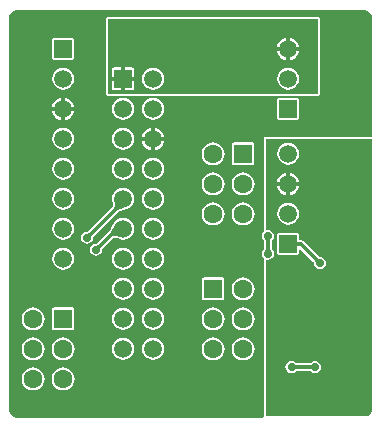
<source format=gbl>
G04 Layer_Physical_Order=2*
G04 Layer_Color=16711680*
%FSLAX25Y25*%
%MOIN*%
G70*
G01*
G75*
%ADD13C,0.01181*%
%ADD15C,0.06299*%
%ADD16R,0.06299X0.06299*%
%ADD17C,0.05905*%
%ADD18R,0.05905X0.05905*%
%ADD19C,0.05984*%
%ADD20R,0.05984X0.05984*%
%ADD21C,0.02756*%
G36*
X408862Y293663D02*
X408873Y293530D01*
X408892Y293403D01*
X408918Y293284D01*
X408952Y293172D01*
X408993Y293066D01*
X409042Y292968D01*
X409098Y292877D01*
X409161Y292793D01*
X409232Y292716D01*
X407303D01*
X407374Y292793D01*
X407438Y292877D01*
X407494Y292968D01*
X407543Y293066D01*
X407584Y293172D01*
X407617Y293284D01*
X407644Y293403D01*
X407662Y293530D01*
X407673Y293663D01*
X407677Y293804D01*
X408858D01*
X408862Y293663D01*
D02*
G37*
G36*
X409161Y296577D02*
X409098Y296493D01*
X409042Y296402D01*
X408993Y296304D01*
X408952Y296199D01*
X408918Y296086D01*
X408892Y295967D01*
X408873Y295840D01*
X408862Y295707D01*
X408858Y295566D01*
X407677D01*
X407673Y295707D01*
X407662Y295840D01*
X407644Y295967D01*
X407617Y296086D01*
X407584Y296199D01*
X407543Y296304D01*
X407494Y296402D01*
X407438Y296493D01*
X407374Y296577D01*
X407303Y296654D01*
X409232D01*
X409161Y296577D01*
D02*
G37*
G36*
X440778Y372905D02*
X441504Y372604D01*
X442126Y372126D01*
X442604Y371504D01*
X442905Y370778D01*
X443002Y370043D01*
X442993Y370000D01*
Y330642D01*
X407500D01*
X407254Y330593D01*
X407046Y330454D01*
X406907Y330246D01*
X406858Y330000D01*
Y299926D01*
X406864Y299895D01*
X406861Y299863D01*
X406888Y299773D01*
X406907Y299681D01*
X406924Y299654D01*
X406934Y299624D01*
X406856Y299152D01*
X406791Y299041D01*
X406376Y298421D01*
X406220Y297638D01*
X406376Y296854D01*
X406820Y296190D01*
X406904Y296134D01*
X406907Y296130D01*
X406932Y296090D01*
X406955Y296044D01*
X406976Y295989D01*
X406995Y295925D01*
X407011Y295851D01*
X407023Y295770D01*
Y293600D01*
X407011Y293519D01*
X406995Y293445D01*
X406976Y293381D01*
X406955Y293326D01*
X406932Y293280D01*
X406907Y293240D01*
X406904Y293236D01*
X406820Y293180D01*
X406376Y292516D01*
X406220Y291732D01*
X406376Y290949D01*
X406791Y290329D01*
X406856Y290218D01*
X406934Y289746D01*
X406924Y289716D01*
X406907Y289689D01*
X406888Y289597D01*
X406861Y289507D01*
X406864Y289475D01*
X406858Y289444D01*
Y237500D01*
X406538Y237038D01*
X406485Y237007D01*
X325000D01*
X324957Y236999D01*
X324222Y237095D01*
X323496Y237396D01*
X322874Y237874D01*
X322396Y238496D01*
X322095Y239222D01*
X321999Y239957D01*
X322007Y240000D01*
Y370000D01*
X321999Y370043D01*
X322095Y370778D01*
X322396Y371504D01*
X322874Y372126D01*
X323496Y372604D01*
X324222Y372905D01*
X324957Y373002D01*
X325000Y372993D01*
X440000D01*
X440043Y373002D01*
X440778Y372905D01*
D02*
G37*
G36*
X442993Y240000D02*
X443002Y239957D01*
X442905Y239222D01*
X442604Y238496D01*
X442126Y237874D01*
X441640Y237500D01*
X407500D01*
Y289444D01*
X407887Y289761D01*
X408268Y289685D01*
X409051Y289841D01*
X409715Y290285D01*
X410159Y290949D01*
X410315Y291732D01*
X410159Y292516D01*
X409715Y293180D01*
X409632Y293236D01*
X409628Y293240D01*
X409604Y293280D01*
X409581Y293326D01*
X409559Y293381D01*
X409540Y293445D01*
X409524Y293519D01*
X409512Y293600D01*
Y295770D01*
X409524Y295851D01*
X409540Y295925D01*
X409559Y295989D01*
X409581Y296044D01*
X409604Y296090D01*
X409628Y296130D01*
X409632Y296134D01*
X409715Y296190D01*
X410159Y296854D01*
X410315Y297638D01*
X410159Y298421D01*
X409715Y299085D01*
X409051Y299529D01*
X408268Y299685D01*
X407887Y299609D01*
X407500Y299926D01*
Y330000D01*
X442993D01*
Y240000D01*
D02*
G37*
%LPC*%
G36*
X370000Y303653D02*
X369055Y303529D01*
X368173Y303164D01*
X367417Y302583D01*
X366836Y301827D01*
X366471Y300945D01*
X366347Y300000D01*
X366471Y299055D01*
X366836Y298173D01*
X367417Y297417D01*
X368173Y296836D01*
X369055Y296471D01*
X370000Y296347D01*
X370946Y296471D01*
X371827Y296836D01*
X372583Y297417D01*
X373164Y298173D01*
X373529Y299055D01*
X373653Y300000D01*
X373529Y300945D01*
X373164Y301827D01*
X372583Y302583D01*
X371827Y303164D01*
X370946Y303529D01*
X370000Y303653D01*
D02*
G37*
G36*
X360000D02*
X359054Y303529D01*
X358173Y303164D01*
X357417Y302583D01*
X356836Y301827D01*
X356746Y301608D01*
X356733Y301593D01*
X356732Y301588D01*
X356729Y301583D01*
X356326Y300768D01*
X355817Y299819D01*
X355547Y299375D01*
X355440Y299219D01*
X355377Y299137D01*
X351441Y295201D01*
X351375Y295152D01*
X351311Y295111D01*
X351252Y295079D01*
X351199Y295056D01*
X351150Y295039D01*
X351104Y295028D01*
X351098Y295028D01*
X351000Y295047D01*
X350217Y294891D01*
X349552Y294448D01*
X349109Y293783D01*
X348953Y293000D01*
X349109Y292217D01*
X349552Y291552D01*
X350217Y291109D01*
X351000Y290953D01*
X351783Y291109D01*
X352448Y291552D01*
X352891Y292217D01*
X353047Y293000D01*
X353028Y293098D01*
X353028Y293104D01*
X353039Y293149D01*
X353056Y293199D01*
X353079Y293252D01*
X353111Y293311D01*
X353152Y293375D01*
X353201Y293441D01*
X356687Y296927D01*
X356696Y296935D01*
X356820Y297016D01*
X356945Y297073D01*
X357075Y297109D01*
X357218Y297126D01*
X357379Y297120D01*
X357562Y297090D01*
X357769Y297031D01*
X357999Y296940D01*
X358112Y296883D01*
X358173Y296836D01*
X359054Y296471D01*
X360000Y296347D01*
X360946Y296471D01*
X361827Y296836D01*
X362583Y297417D01*
X363164Y298173D01*
X363529Y299055D01*
X363653Y300000D01*
X363529Y300945D01*
X363164Y301827D01*
X362583Y302583D01*
X361827Y303164D01*
X360946Y303529D01*
X360000Y303653D01*
D02*
G37*
G36*
X370000Y293653D02*
X369055Y293529D01*
X368173Y293164D01*
X367417Y292583D01*
X366836Y291827D01*
X366471Y290946D01*
X366347Y290000D01*
X366471Y289054D01*
X366836Y288173D01*
X367417Y287417D01*
X368173Y286836D01*
X369055Y286471D01*
X370000Y286347D01*
X370946Y286471D01*
X371827Y286836D01*
X372583Y287417D01*
X373164Y288173D01*
X373529Y289054D01*
X373653Y290000D01*
X373529Y290946D01*
X373164Y291827D01*
X372583Y292583D01*
X371827Y293164D01*
X370946Y293529D01*
X370000Y293653D01*
D02*
G37*
G36*
X360000D02*
X359054Y293529D01*
X358173Y293164D01*
X357417Y292583D01*
X356836Y291827D01*
X356471Y290946D01*
X356347Y290000D01*
X356471Y289054D01*
X356836Y288173D01*
X357417Y287417D01*
X358173Y286836D01*
X359054Y286471D01*
X360000Y286347D01*
X360946Y286471D01*
X361827Y286836D01*
X362583Y287417D01*
X363164Y288173D01*
X363529Y289054D01*
X363653Y290000D01*
X363529Y290946D01*
X363164Y291827D01*
X362583Y292583D01*
X361827Y293164D01*
X360946Y293529D01*
X360000Y293653D01*
D02*
G37*
G36*
X340000Y293614D02*
X339065Y293491D01*
X338193Y293129D01*
X337445Y292555D01*
X336871Y291807D01*
X336509Y290935D01*
X336386Y290000D01*
X336509Y289065D01*
X336871Y288193D01*
X337445Y287445D01*
X338193Y286871D01*
X339065Y286509D01*
X340000Y286386D01*
X340935Y286509D01*
X341807Y286871D01*
X342555Y287445D01*
X343129Y288193D01*
X343491Y289065D01*
X343614Y290000D01*
X343491Y290935D01*
X343129Y291807D01*
X342555Y292555D01*
X341807Y293129D01*
X340935Y293491D01*
X340000Y293614D01*
D02*
G37*
G36*
Y313614D02*
X339065Y313491D01*
X338193Y313129D01*
X337445Y312555D01*
X336871Y311807D01*
X336509Y310935D01*
X336386Y310000D01*
X336509Y309065D01*
X336871Y308193D01*
X337445Y307445D01*
X338193Y306871D01*
X339065Y306509D01*
X340000Y306386D01*
X340935Y306509D01*
X341807Y306871D01*
X342555Y307445D01*
X343129Y308193D01*
X343491Y309065D01*
X343614Y310000D01*
X343491Y310935D01*
X343129Y311807D01*
X342555Y312555D01*
X341807Y313129D01*
X340935Y313491D01*
X340000Y313614D01*
D02*
G37*
G36*
X370000Y313653D02*
X369055Y313529D01*
X368173Y313164D01*
X367417Y312583D01*
X366836Y311827D01*
X366471Y310946D01*
X366347Y310000D01*
X366471Y309054D01*
X366836Y308173D01*
X367417Y307417D01*
X368173Y306836D01*
X369055Y306471D01*
X370000Y306347D01*
X370946Y306471D01*
X371827Y306836D01*
X372583Y307417D01*
X373164Y308173D01*
X373529Y309054D01*
X373653Y310000D01*
X373529Y310946D01*
X373164Y311827D01*
X372583Y312583D01*
X371827Y313164D01*
X370946Y313529D01*
X370000Y313653D01*
D02*
G37*
G36*
X400000Y318812D02*
X399013Y318682D01*
X398094Y318301D01*
X397304Y317696D01*
X396699Y316906D01*
X396318Y315987D01*
X396188Y315000D01*
X396318Y314013D01*
X396699Y313094D01*
X397304Y312304D01*
X398094Y311699D01*
X399013Y311318D01*
X400000Y311188D01*
X400987Y311318D01*
X401906Y311699D01*
X402696Y312304D01*
X403301Y313094D01*
X403682Y314013D01*
X403812Y315000D01*
X403682Y315987D01*
X403301Y316906D01*
X402696Y317696D01*
X401906Y318301D01*
X400987Y318682D01*
X400000Y318812D01*
D02*
G37*
G36*
X390000D02*
X389013Y318682D01*
X388094Y318301D01*
X387304Y317696D01*
X386699Y316906D01*
X386318Y315987D01*
X386188Y315000D01*
X386318Y314013D01*
X386699Y313094D01*
X387304Y312304D01*
X388094Y311699D01*
X389013Y311318D01*
X390000Y311188D01*
X390987Y311318D01*
X391906Y311699D01*
X392696Y312304D01*
X393301Y313094D01*
X393682Y314013D01*
X393812Y315000D01*
X393682Y315987D01*
X393301Y316906D01*
X392696Y317696D01*
X391906Y318301D01*
X390987Y318682D01*
X390000Y318812D01*
D02*
G37*
G36*
X360000Y313653D02*
X359054Y313529D01*
X358173Y313164D01*
X357417Y312583D01*
X356836Y311827D01*
X356471Y310946D01*
X356347Y310000D01*
X356471Y309054D01*
X356509Y308963D01*
X356549Y308782D01*
X356597Y308483D01*
X356620Y308211D01*
X356620Y307965D01*
X356599Y307747D01*
X356560Y307555D01*
X356504Y307387D01*
X356434Y307239D01*
X356347Y307108D01*
X356343Y307102D01*
X348441Y299201D01*
X348375Y299152D01*
X348311Y299111D01*
X348252Y299079D01*
X348199Y299056D01*
X348149Y299039D01*
X348104Y299028D01*
X348098Y299028D01*
X348000Y299047D01*
X347217Y298891D01*
X346552Y298448D01*
X346109Y297783D01*
X345953Y297000D01*
X346109Y296217D01*
X346552Y295552D01*
X347217Y295109D01*
X348000Y294953D01*
X348783Y295109D01*
X349448Y295552D01*
X349891Y296217D01*
X350047Y297000D01*
X350028Y297098D01*
X350028Y297104D01*
X350039Y297149D01*
X350056Y297199D01*
X350079Y297252D01*
X350111Y297311D01*
X350152Y297375D01*
X350201Y297441D01*
X358298Y305539D01*
X358414Y305620D01*
X358583Y305719D01*
X358791Y305822D01*
X359023Y305922D01*
X360409Y306359D01*
X360779Y306449D01*
X360946Y306471D01*
X361827Y306836D01*
X362583Y307417D01*
X363164Y308173D01*
X363529Y309054D01*
X363653Y310000D01*
X363529Y310946D01*
X363164Y311827D01*
X362583Y312583D01*
X361827Y313164D01*
X360946Y313529D01*
X360000Y313653D01*
D02*
G37*
G36*
X340000Y303614D02*
X339065Y303490D01*
X338193Y303129D01*
X337445Y302555D01*
X336871Y301807D01*
X336509Y300935D01*
X336386Y300000D01*
X336509Y299065D01*
X336871Y298193D01*
X337445Y297445D01*
X338193Y296871D01*
X339065Y296510D01*
X340000Y296386D01*
X340935Y296510D01*
X341807Y296871D01*
X342555Y297445D01*
X343129Y298193D01*
X343491Y299065D01*
X343614Y300000D01*
X343491Y300935D01*
X343129Y301807D01*
X342555Y302555D01*
X341807Y303129D01*
X340935Y303490D01*
X340000Y303614D01*
D02*
G37*
G36*
X400000Y308812D02*
X399013Y308682D01*
X398094Y308301D01*
X397304Y307696D01*
X396699Y306906D01*
X396318Y305987D01*
X396188Y305000D01*
X396318Y304013D01*
X396699Y303094D01*
X397304Y302304D01*
X398094Y301699D01*
X399013Y301318D01*
X400000Y301188D01*
X400987Y301318D01*
X401906Y301699D01*
X402696Y302304D01*
X403301Y303094D01*
X403682Y304013D01*
X403812Y305000D01*
X403682Y305987D01*
X403301Y306906D01*
X402696Y307696D01*
X401906Y308301D01*
X400987Y308682D01*
X400000Y308812D01*
D02*
G37*
G36*
X390000D02*
X389013Y308682D01*
X388094Y308301D01*
X387304Y307696D01*
X386699Y306906D01*
X386318Y305987D01*
X386188Y305000D01*
X386318Y304013D01*
X386699Y303094D01*
X387304Y302304D01*
X388094Y301699D01*
X389013Y301318D01*
X390000Y301188D01*
X390987Y301318D01*
X391906Y301699D01*
X392696Y302304D01*
X393301Y303094D01*
X393682Y304013D01*
X393812Y305000D01*
X393682Y305987D01*
X393301Y306906D01*
X392696Y307696D01*
X391906Y308301D01*
X390987Y308682D01*
X390000Y308812D01*
D02*
G37*
G36*
X370000Y283653D02*
X369055Y283529D01*
X368173Y283164D01*
X367417Y282583D01*
X366836Y281827D01*
X366471Y280945D01*
X366347Y280000D01*
X366471Y279054D01*
X366836Y278173D01*
X367417Y277417D01*
X368173Y276836D01*
X369055Y276471D01*
X370000Y276347D01*
X370946Y276471D01*
X371827Y276836D01*
X372583Y277417D01*
X373164Y278173D01*
X373529Y279054D01*
X373653Y280000D01*
X373529Y280945D01*
X373164Y281827D01*
X372583Y282583D01*
X371827Y283164D01*
X370946Y283529D01*
X370000Y283653D01*
D02*
G37*
G36*
X400000Y263812D02*
X399013Y263682D01*
X398094Y263301D01*
X397304Y262696D01*
X396699Y261906D01*
X396318Y260987D01*
X396188Y260000D01*
X396318Y259013D01*
X396699Y258094D01*
X397304Y257304D01*
X398094Y256699D01*
X399013Y256318D01*
X400000Y256188D01*
X400987Y256318D01*
X401906Y256699D01*
X402696Y257304D01*
X403301Y258094D01*
X403682Y259013D01*
X403812Y260000D01*
X403682Y260987D01*
X403301Y261906D01*
X402696Y262696D01*
X401906Y263301D01*
X400987Y263682D01*
X400000Y263812D01*
D02*
G37*
G36*
X390000D02*
X389013Y263682D01*
X388094Y263301D01*
X387304Y262696D01*
X386699Y261906D01*
X386318Y260987D01*
X386188Y260000D01*
X386318Y259013D01*
X386699Y258094D01*
X387304Y257304D01*
X388094Y256699D01*
X389013Y256318D01*
X390000Y256188D01*
X390987Y256318D01*
X391906Y256699D01*
X392696Y257304D01*
X393301Y258094D01*
X393682Y259013D01*
X393812Y260000D01*
X393682Y260987D01*
X393301Y261906D01*
X392696Y262696D01*
X391906Y263301D01*
X390987Y263682D01*
X390000Y263812D01*
D02*
G37*
G36*
X370000Y263653D02*
X369055Y263529D01*
X368173Y263164D01*
X367417Y262583D01*
X366836Y261827D01*
X366471Y260946D01*
X366347Y260000D01*
X366471Y259054D01*
X366836Y258173D01*
X367417Y257417D01*
X368173Y256836D01*
X369055Y256471D01*
X370000Y256347D01*
X370946Y256471D01*
X371827Y256836D01*
X372583Y257417D01*
X373164Y258173D01*
X373529Y259054D01*
X373653Y260000D01*
X373529Y260946D01*
X373164Y261827D01*
X372583Y262583D01*
X371827Y263164D01*
X370946Y263529D01*
X370000Y263653D01*
D02*
G37*
G36*
X360000D02*
X359054Y263529D01*
X358173Y263164D01*
X357417Y262583D01*
X356836Y261827D01*
X356471Y260946D01*
X356347Y260000D01*
X356471Y259054D01*
X356836Y258173D01*
X357417Y257417D01*
X358173Y256836D01*
X359054Y256471D01*
X360000Y256347D01*
X360946Y256471D01*
X361827Y256836D01*
X362583Y257417D01*
X363164Y258173D01*
X363529Y259054D01*
X363653Y260000D01*
X363529Y260946D01*
X363164Y261827D01*
X362583Y262583D01*
X361827Y263164D01*
X360946Y263529D01*
X360000Y263653D01*
D02*
G37*
G36*
X340000Y263812D02*
X339013Y263682D01*
X338094Y263301D01*
X337304Y262696D01*
X336699Y261906D01*
X336318Y260987D01*
X336188Y260000D01*
X336318Y259013D01*
X336699Y258094D01*
X337304Y257304D01*
X338094Y256699D01*
X339013Y256318D01*
X340000Y256188D01*
X340987Y256318D01*
X341906Y256699D01*
X342696Y257304D01*
X343301Y258094D01*
X343682Y259013D01*
X343812Y260000D01*
X343682Y260987D01*
X343301Y261906D01*
X342696Y262696D01*
X341906Y263301D01*
X340987Y263682D01*
X340000Y263812D01*
D02*
G37*
G36*
Y253812D02*
X339013Y253682D01*
X338094Y253301D01*
X337304Y252696D01*
X336699Y251906D01*
X336318Y250987D01*
X336188Y250000D01*
X336318Y249013D01*
X336699Y248094D01*
X337304Y247304D01*
X338094Y246699D01*
X339013Y246318D01*
X340000Y246188D01*
X340987Y246318D01*
X341906Y246699D01*
X342696Y247304D01*
X343301Y248094D01*
X343682Y249013D01*
X343812Y250000D01*
X343682Y250987D01*
X343301Y251906D01*
X342696Y252696D01*
X341906Y253301D01*
X340987Y253682D01*
X340000Y253812D01*
D02*
G37*
G36*
X330000D02*
X329013Y253682D01*
X328094Y253301D01*
X327304Y252696D01*
X326699Y251906D01*
X326318Y250987D01*
X326188Y250000D01*
X326318Y249013D01*
X326699Y248094D01*
X327304Y247304D01*
X328094Y246699D01*
X329013Y246318D01*
X330000Y246188D01*
X330987Y246318D01*
X331906Y246699D01*
X332696Y247304D01*
X333301Y248094D01*
X333682Y249013D01*
X333812Y250000D01*
X333682Y250987D01*
X333301Y251906D01*
X332696Y252696D01*
X331906Y253301D01*
X330987Y253682D01*
X330000Y253812D01*
D02*
G37*
G36*
Y263812D02*
X329013Y263682D01*
X328094Y263301D01*
X327304Y262696D01*
X326699Y261906D01*
X326318Y260987D01*
X326188Y260000D01*
X326318Y259013D01*
X326699Y258094D01*
X327304Y257304D01*
X328094Y256699D01*
X329013Y256318D01*
X330000Y256188D01*
X330987Y256318D01*
X331906Y256699D01*
X332696Y257304D01*
X333301Y258094D01*
X333682Y259013D01*
X333812Y260000D01*
X333682Y260987D01*
X333301Y261906D01*
X332696Y262696D01*
X331906Y263301D01*
X330987Y263682D01*
X330000Y263812D01*
D02*
G37*
G36*
X400000Y283812D02*
X399013Y283682D01*
X398094Y283301D01*
X397304Y282696D01*
X396699Y281906D01*
X396318Y280987D01*
X396188Y280000D01*
X396318Y279013D01*
X396699Y278094D01*
X397304Y277304D01*
X398094Y276699D01*
X399013Y276318D01*
X400000Y276188D01*
X400987Y276318D01*
X401906Y276699D01*
X402696Y277304D01*
X403301Y278094D01*
X403682Y279013D01*
X403812Y280000D01*
X403682Y280987D01*
X403301Y281906D01*
X402696Y282696D01*
X401906Y283301D01*
X400987Y283682D01*
X400000Y283812D01*
D02*
G37*
G36*
X370000Y273653D02*
X369055Y273529D01*
X368173Y273164D01*
X367417Y272583D01*
X366836Y271827D01*
X366471Y270946D01*
X366347Y270000D01*
X366471Y269055D01*
X366836Y268173D01*
X367417Y267417D01*
X368173Y266836D01*
X369055Y266471D01*
X370000Y266347D01*
X370946Y266471D01*
X371827Y266836D01*
X372583Y267417D01*
X373164Y268173D01*
X373529Y269055D01*
X373653Y270000D01*
X373529Y270946D01*
X373164Y271827D01*
X372583Y272583D01*
X371827Y273164D01*
X370946Y273529D01*
X370000Y273653D01*
D02*
G37*
G36*
X360000Y283653D02*
X359054Y283529D01*
X358173Y283164D01*
X357417Y282583D01*
X356836Y281827D01*
X356471Y280945D01*
X356347Y280000D01*
X356471Y279054D01*
X356836Y278173D01*
X357417Y277417D01*
X358173Y276836D01*
X359054Y276471D01*
X360000Y276347D01*
X360946Y276471D01*
X361827Y276836D01*
X362583Y277417D01*
X363164Y278173D01*
X363529Y279054D01*
X363653Y280000D01*
X363529Y280945D01*
X363164Y281827D01*
X362583Y282583D01*
X361827Y283164D01*
X360946Y283529D01*
X360000Y283653D01*
D02*
G37*
G36*
X393150Y283792D02*
X386850D01*
X386605Y283743D01*
X386396Y283604D01*
X386257Y283395D01*
X386208Y283150D01*
Y276850D01*
X386257Y276605D01*
X386396Y276396D01*
X386605Y276257D01*
X386850Y276208D01*
X393150D01*
X393395Y276257D01*
X393604Y276396D01*
X393743Y276605D01*
X393792Y276850D01*
Y283150D01*
X393743Y283395D01*
X393604Y283604D01*
X393395Y283743D01*
X393150Y283792D01*
D02*
G37*
G36*
X360000Y273653D02*
X359054Y273529D01*
X358173Y273164D01*
X357417Y272583D01*
X356836Y271827D01*
X356471Y270946D01*
X356347Y270000D01*
X356471Y269055D01*
X356836Y268173D01*
X357417Y267417D01*
X358173Y266836D01*
X359054Y266471D01*
X360000Y266347D01*
X360946Y266471D01*
X361827Y266836D01*
X362583Y267417D01*
X363164Y268173D01*
X363529Y269055D01*
X363653Y270000D01*
X363529Y270946D01*
X363164Y271827D01*
X362583Y272583D01*
X361827Y273164D01*
X360946Y273529D01*
X360000Y273653D01*
D02*
G37*
G36*
X390000Y273812D02*
X389013Y273682D01*
X388094Y273301D01*
X387304Y272696D01*
X386699Y271906D01*
X386318Y270987D01*
X386188Y270000D01*
X386318Y269013D01*
X386699Y268094D01*
X387304Y267304D01*
X388094Y266699D01*
X389013Y266318D01*
X390000Y266188D01*
X390987Y266318D01*
X391906Y266699D01*
X392696Y267304D01*
X393301Y268094D01*
X393682Y269013D01*
X393812Y270000D01*
X393682Y270987D01*
X393301Y271906D01*
X392696Y272696D01*
X391906Y273301D01*
X390987Y273682D01*
X390000Y273812D01*
D02*
G37*
G36*
X330000D02*
X329013Y273682D01*
X328094Y273301D01*
X327304Y272696D01*
X326699Y271906D01*
X326318Y270987D01*
X326188Y270000D01*
X326318Y269013D01*
X326699Y268094D01*
X327304Y267304D01*
X328094Y266699D01*
X329013Y266318D01*
X330000Y266188D01*
X330987Y266318D01*
X331906Y266699D01*
X332696Y267304D01*
X333301Y268094D01*
X333682Y269013D01*
X333812Y270000D01*
X333682Y270987D01*
X333301Y271906D01*
X332696Y272696D01*
X331906Y273301D01*
X330987Y273682D01*
X330000Y273812D01*
D02*
G37*
G36*
X343150Y273792D02*
X336850D01*
X336605Y273743D01*
X336396Y273604D01*
X336257Y273395D01*
X336208Y273150D01*
Y266850D01*
X336257Y266605D01*
X336396Y266396D01*
X336605Y266257D01*
X336850Y266208D01*
X343150D01*
X343395Y266257D01*
X343604Y266396D01*
X343743Y266605D01*
X343792Y266850D01*
Y273150D01*
X343743Y273395D01*
X343604Y273604D01*
X343395Y273743D01*
X343150Y273792D01*
D02*
G37*
G36*
X400000Y273812D02*
X399013Y273682D01*
X398094Y273301D01*
X397304Y272696D01*
X396699Y271906D01*
X396318Y270987D01*
X396188Y270000D01*
X396318Y269013D01*
X396699Y268094D01*
X397304Y267304D01*
X398094Y266699D01*
X399013Y266318D01*
X400000Y266188D01*
X400987Y266318D01*
X401906Y266699D01*
X402696Y267304D01*
X403301Y268094D01*
X403682Y269013D01*
X403812Y270000D01*
X403682Y270987D01*
X403301Y271906D01*
X402696Y272696D01*
X401906Y273301D01*
X400987Y273682D01*
X400000Y273812D01*
D02*
G37*
G36*
X339409Y339409D02*
X336305D01*
X336356Y339024D01*
X336733Y338114D01*
X337333Y337333D01*
X338114Y336733D01*
X339024Y336356D01*
X339409Y336305D01*
Y339409D01*
D02*
G37*
G36*
X343695D02*
X340591D01*
Y336305D01*
X340976Y336356D01*
X341886Y336733D01*
X342668Y337333D01*
X343267Y338114D01*
X343644Y339024D01*
X343695Y339409D01*
D02*
G37*
G36*
X360000Y343653D02*
X359054Y343529D01*
X358173Y343164D01*
X357417Y342583D01*
X356836Y341827D01*
X356471Y340946D01*
X356347Y340000D01*
X356471Y339054D01*
X356836Y338173D01*
X357417Y337417D01*
X358173Y336836D01*
X359054Y336471D01*
X360000Y336347D01*
X360946Y336471D01*
X361827Y336836D01*
X362583Y337417D01*
X363164Y338173D01*
X363529Y339054D01*
X363653Y340000D01*
X363529Y340946D01*
X363164Y341827D01*
X362583Y342583D01*
X361827Y343164D01*
X360946Y343529D01*
X360000Y343653D01*
D02*
G37*
G36*
X370590Y333734D02*
Y330591D01*
X373734D01*
X373682Y330987D01*
X373301Y331906D01*
X372696Y332696D01*
X371906Y333301D01*
X370987Y333682D01*
X370590Y333734D01*
D02*
G37*
G36*
X360000Y333653D02*
X359054Y333529D01*
X358173Y333164D01*
X357417Y332583D01*
X356836Y331827D01*
X356471Y330945D01*
X356347Y330000D01*
X356471Y329054D01*
X356836Y328173D01*
X357417Y327417D01*
X358173Y326836D01*
X359054Y326471D01*
X360000Y326347D01*
X360946Y326471D01*
X361827Y326836D01*
X362583Y327417D01*
X363164Y328173D01*
X363529Y329054D01*
X363653Y330000D01*
X363529Y330945D01*
X363164Y331827D01*
X362583Y332583D01*
X361827Y333164D01*
X360946Y333529D01*
X360000Y333653D01*
D02*
G37*
G36*
X340000Y333614D02*
X339065Y333490D01*
X338193Y333129D01*
X337445Y332555D01*
X336871Y331807D01*
X336509Y330935D01*
X336386Y330000D01*
X336509Y329065D01*
X336871Y328193D01*
X337445Y327445D01*
X338193Y326871D01*
X339065Y326509D01*
X340000Y326386D01*
X340935Y326509D01*
X341807Y326871D01*
X342555Y327445D01*
X343129Y328193D01*
X343491Y329065D01*
X343614Y330000D01*
X343491Y330935D01*
X343129Y331807D01*
X342555Y332555D01*
X341807Y333129D01*
X340935Y333490D01*
X340000Y333614D01*
D02*
G37*
G36*
X369409Y333734D02*
X369013Y333682D01*
X368094Y333301D01*
X367304Y332696D01*
X366699Y331906D01*
X366318Y330987D01*
X366266Y330591D01*
X369409D01*
Y333734D01*
D02*
G37*
G36*
X425000Y370642D02*
X355000D01*
X354754Y370593D01*
X354546Y370454D01*
X354407Y370246D01*
X354358Y370000D01*
Y345000D01*
X354407Y344754D01*
X354546Y344546D01*
X354754Y344407D01*
X355000Y344358D01*
X425000D01*
X425246Y344407D01*
X425454Y344546D01*
X425593Y344754D01*
X425642Y345000D01*
Y370000D01*
X425593Y370246D01*
X425454Y370454D01*
X425246Y370593D01*
X425000Y370642D01*
D02*
G37*
G36*
X340000Y353614D02*
X339065Y353490D01*
X338193Y353129D01*
X337445Y352555D01*
X336871Y351807D01*
X336509Y350935D01*
X336386Y350000D01*
X336509Y349065D01*
X336871Y348193D01*
X337445Y347445D01*
X338193Y346871D01*
X339065Y346510D01*
X340000Y346386D01*
X340935Y346510D01*
X341807Y346871D01*
X342555Y347445D01*
X343129Y348193D01*
X343491Y349065D01*
X343614Y350000D01*
X343491Y350935D01*
X343129Y351807D01*
X342555Y352555D01*
X341807Y353129D01*
X340935Y353490D01*
X340000Y353614D01*
D02*
G37*
G36*
X342953Y363595D02*
X337047D01*
X336802Y363546D01*
X336593Y363407D01*
X336454Y363198D01*
X336405Y362953D01*
Y357047D01*
X336454Y356802D01*
X336593Y356593D01*
X336802Y356454D01*
X337047Y356405D01*
X342953D01*
X343198Y356454D01*
X343407Y356593D01*
X343546Y356802D01*
X343595Y357047D01*
Y362953D01*
X343546Y363198D01*
X343407Y363407D01*
X343198Y363546D01*
X342953Y363595D01*
D02*
G37*
G36*
X340591Y343695D02*
Y340591D01*
X343695D01*
X343644Y340976D01*
X343267Y341886D01*
X342668Y342668D01*
X341886Y343267D01*
X340976Y343644D01*
X340591Y343695D01*
D02*
G37*
G36*
X370000Y343653D02*
X369055Y343529D01*
X368173Y343164D01*
X367417Y342583D01*
X366836Y341827D01*
X366471Y340946D01*
X366347Y340000D01*
X366471Y339054D01*
X366836Y338173D01*
X367417Y337417D01*
X368173Y336836D01*
X369055Y336471D01*
X370000Y336347D01*
X370946Y336471D01*
X371827Y336836D01*
X372583Y337417D01*
X373164Y338173D01*
X373529Y339054D01*
X373653Y340000D01*
X373529Y340946D01*
X373164Y341827D01*
X372583Y342583D01*
X371827Y343164D01*
X370946Y343529D01*
X370000Y343653D01*
D02*
G37*
G36*
X417953Y343595D02*
X412047D01*
X411801Y343546D01*
X411593Y343407D01*
X411454Y343198D01*
X411405Y342953D01*
Y337047D01*
X411454Y336802D01*
X411593Y336593D01*
X411801Y336454D01*
X412047Y336405D01*
X417953D01*
X418198Y336454D01*
X418407Y336593D01*
X418546Y336802D01*
X418595Y337047D01*
Y342953D01*
X418546Y343198D01*
X418407Y343407D01*
X418198Y343546D01*
X417953Y343595D01*
D02*
G37*
G36*
X339409Y343695D02*
X339024Y343644D01*
X338114Y343267D01*
X337333Y342668D01*
X336733Y341886D01*
X336356Y340976D01*
X336305Y340591D01*
X339409D01*
Y343695D01*
D02*
G37*
G36*
X373734Y329410D02*
X370590D01*
Y326266D01*
X370987Y326318D01*
X371906Y326699D01*
X372696Y327304D01*
X373301Y328094D01*
X373682Y329013D01*
X373734Y329410D01*
D02*
G37*
G36*
X370000Y323653D02*
X369055Y323529D01*
X368173Y323164D01*
X367417Y322583D01*
X366836Y321827D01*
X366471Y320946D01*
X366347Y320000D01*
X366471Y319055D01*
X366836Y318173D01*
X367417Y317417D01*
X368173Y316836D01*
X369055Y316471D01*
X370000Y316347D01*
X370946Y316471D01*
X371827Y316836D01*
X372583Y317417D01*
X373164Y318173D01*
X373529Y319055D01*
X373653Y320000D01*
X373529Y320946D01*
X373164Y321827D01*
X372583Y322583D01*
X371827Y323164D01*
X370946Y323529D01*
X370000Y323653D01*
D02*
G37*
G36*
X360000D02*
X359054Y323529D01*
X358173Y323164D01*
X357417Y322583D01*
X356836Y321827D01*
X356471Y320946D01*
X356347Y320000D01*
X356471Y319055D01*
X356836Y318173D01*
X357417Y317417D01*
X358173Y316836D01*
X359054Y316471D01*
X360000Y316347D01*
X360946Y316471D01*
X361827Y316836D01*
X362583Y317417D01*
X363164Y318173D01*
X363529Y319055D01*
X363653Y320000D01*
X363529Y320946D01*
X363164Y321827D01*
X362583Y322583D01*
X361827Y323164D01*
X360946Y323529D01*
X360000Y323653D01*
D02*
G37*
G36*
X390000Y328812D02*
X389013Y328682D01*
X388094Y328301D01*
X387304Y327696D01*
X386699Y326906D01*
X386318Y325987D01*
X386188Y325000D01*
X386318Y324013D01*
X386699Y323094D01*
X387304Y322304D01*
X388094Y321699D01*
X389013Y321318D01*
X390000Y321188D01*
X390987Y321318D01*
X391906Y321699D01*
X392696Y322304D01*
X393301Y323094D01*
X393682Y324013D01*
X393812Y325000D01*
X393682Y325987D01*
X393301Y326906D01*
X392696Y327696D01*
X391906Y328301D01*
X390987Y328682D01*
X390000Y328812D01*
D02*
G37*
G36*
X340000Y323614D02*
X339065Y323491D01*
X338193Y323129D01*
X337445Y322555D01*
X336871Y321807D01*
X336509Y320935D01*
X336386Y320000D01*
X336509Y319065D01*
X336871Y318193D01*
X337445Y317445D01*
X338193Y316871D01*
X339065Y316510D01*
X340000Y316386D01*
X340935Y316510D01*
X341807Y316871D01*
X342555Y317445D01*
X343129Y318193D01*
X343491Y319065D01*
X343614Y320000D01*
X343491Y320935D01*
X343129Y321807D01*
X342555Y322555D01*
X341807Y323129D01*
X340935Y323491D01*
X340000Y323614D01*
D02*
G37*
G36*
X403150Y328792D02*
X396850D01*
X396605Y328743D01*
X396396Y328604D01*
X396257Y328395D01*
X396208Y328150D01*
Y321850D01*
X396257Y321605D01*
X396396Y321396D01*
X396605Y321257D01*
X396850Y321208D01*
X403150D01*
X403395Y321257D01*
X403604Y321396D01*
X403743Y321605D01*
X403792Y321850D01*
Y328150D01*
X403743Y328395D01*
X403604Y328604D01*
X403395Y328743D01*
X403150Y328792D01*
D02*
G37*
G36*
X369409Y329410D02*
X366266D01*
X366318Y329013D01*
X366699Y328094D01*
X367304Y327304D01*
X368094Y326699D01*
X369013Y326318D01*
X369409Y326266D01*
Y329410D01*
D02*
G37*
%LPD*%
G36*
X352883Y294047D02*
X352786Y293945D01*
X352699Y293843D01*
X352623Y293740D01*
X352557Y293637D01*
X352501Y293534D01*
X352456Y293430D01*
X352421Y293327D01*
X352396Y293223D01*
X352382Y293118D01*
X352378Y293014D01*
X351014Y294378D01*
X351118Y294382D01*
X351223Y294396D01*
X351327Y294421D01*
X351431Y294456D01*
X351534Y294501D01*
X351637Y294557D01*
X351740Y294623D01*
X351843Y294699D01*
X351945Y294786D01*
X352047Y294882D01*
X352883Y294047D01*
D02*
G37*
G36*
X358559Y297377D02*
X358262Y297526D01*
X357977Y297640D01*
X357703Y297718D01*
X357441Y297761D01*
X357191Y297769D01*
X356952Y297741D01*
X356725Y297679D01*
X356510Y297581D01*
X356306Y297447D01*
X356114Y297279D01*
X355742Y298577D01*
X355845Y298692D01*
X355960Y298841D01*
X356086Y299026D01*
X356375Y299500D01*
X356897Y300474D01*
X357304Y301299D01*
X358559Y297377D01*
D02*
G37*
G36*
X349883Y298047D02*
X349786Y297945D01*
X349699Y297843D01*
X349623Y297740D01*
X349557Y297637D01*
X349501Y297534D01*
X349456Y297430D01*
X349421Y297327D01*
X349396Y297223D01*
X349382Y297118D01*
X349378Y297014D01*
X348014Y298378D01*
X348118Y298382D01*
X348223Y298396D01*
X348327Y298421D01*
X348430Y298456D01*
X348534Y298501D01*
X348637Y298557D01*
X348740Y298623D01*
X348843Y298699D01*
X348945Y298786D01*
X349047Y298883D01*
X349883Y298047D01*
D02*
G37*
G36*
X360678Y307086D02*
X360237Y306978D01*
X358799Y306524D01*
X358522Y306405D01*
X358278Y306284D01*
X358066Y306161D01*
X357887Y306035D01*
X357742Y305907D01*
X356699Y306534D01*
X356860Y306718D01*
X356994Y306922D01*
X357101Y307146D01*
X357182Y307390D01*
X357235Y307653D01*
X357262Y307936D01*
X357262Y308238D01*
X357235Y308560D01*
X357181Y308902D01*
X357100Y309264D01*
X360678Y307086D01*
D02*
G37*
G36*
X425000Y345000D02*
X355000D01*
Y370000D01*
X425000D01*
Y345000D01*
D02*
G37*
%LPC*%
G36*
X418695Y359409D02*
X415590D01*
Y356305D01*
X415976Y356356D01*
X416886Y356733D01*
X417667Y357332D01*
X418267Y358114D01*
X418644Y359024D01*
X418695Y359409D01*
D02*
G37*
G36*
X415590Y363695D02*
Y360591D01*
X418695D01*
X418644Y360976D01*
X418267Y361886D01*
X417667Y362667D01*
X416886Y363267D01*
X415976Y363644D01*
X415590Y363695D01*
D02*
G37*
G36*
X414409D02*
X414024Y363644D01*
X413114Y363267D01*
X412332Y362667D01*
X411733Y361886D01*
X411356Y360976D01*
X411305Y360591D01*
X414409D01*
Y363695D01*
D02*
G37*
G36*
Y359409D02*
X411305D01*
X411356Y359024D01*
X411733Y358114D01*
X412332Y357332D01*
X413114Y356733D01*
X414024Y356356D01*
X414409Y356305D01*
Y359409D01*
D02*
G37*
G36*
X370000Y353653D02*
X369055Y353529D01*
X368173Y353164D01*
X367417Y352583D01*
X366836Y351827D01*
X366471Y350945D01*
X366347Y350000D01*
X366471Y349055D01*
X366836Y348173D01*
X367417Y347417D01*
X368173Y346836D01*
X369055Y346471D01*
X370000Y346347D01*
X370946Y346471D01*
X371827Y346836D01*
X372583Y347417D01*
X373164Y348173D01*
X373529Y349055D01*
X373653Y350000D01*
X373529Y350945D01*
X373164Y351827D01*
X372583Y352583D01*
X371827Y353164D01*
X370946Y353529D01*
X370000Y353653D01*
D02*
G37*
G36*
X363795Y349410D02*
X360591D01*
Y346205D01*
X362992D01*
X363299Y346266D01*
X363560Y346440D01*
X363734Y346701D01*
X363795Y347008D01*
Y349410D01*
D02*
G37*
G36*
X359409D02*
X356205D01*
Y347008D01*
X356266Y346701D01*
X356440Y346440D01*
X356701Y346266D01*
X357008Y346205D01*
X359409D01*
Y349410D01*
D02*
G37*
G36*
X362992Y353795D02*
X360591D01*
Y350590D01*
X363795D01*
Y352992D01*
X363734Y353299D01*
X363560Y353560D01*
X363299Y353734D01*
X362992Y353795D01*
D02*
G37*
G36*
X359409D02*
X357008D01*
X356701Y353734D01*
X356440Y353560D01*
X356266Y353299D01*
X356205Y352992D01*
Y350590D01*
X359409D01*
Y353795D01*
D02*
G37*
G36*
X415000Y353614D02*
X414065Y353490D01*
X413193Y353129D01*
X412445Y352555D01*
X411871Y351807D01*
X411510Y350935D01*
X411386Y350000D01*
X411510Y349065D01*
X411871Y348193D01*
X412445Y347445D01*
X413193Y346871D01*
X414065Y346510D01*
X415000Y346386D01*
X415935Y346510D01*
X416807Y346871D01*
X417555Y347445D01*
X418129Y348193D01*
X418490Y349065D01*
X418614Y350000D01*
X418490Y350935D01*
X418129Y351807D01*
X417555Y352555D01*
X416807Y353129D01*
X415935Y353490D01*
X415000Y353614D01*
D02*
G37*
G36*
X417953Y298595D02*
X412047D01*
X411801Y298546D01*
X411593Y298407D01*
X411454Y298199D01*
X411405Y297953D01*
Y292047D01*
X411454Y291802D01*
X411593Y291593D01*
X411801Y291454D01*
X412047Y291405D01*
X417953D01*
X418198Y291454D01*
X418407Y291593D01*
X418546Y291802D01*
X418595Y292047D01*
Y293111D01*
X419095Y293318D01*
X423390Y289023D01*
X423439Y288958D01*
X423480Y288894D01*
X423511Y288835D01*
X423535Y288781D01*
X423551Y288732D01*
X423562Y288687D01*
X423563Y288681D01*
X423543Y288583D01*
X423699Y287799D01*
X424143Y287135D01*
X424807Y286691D01*
X425591Y286536D01*
X426374Y286691D01*
X427038Y287135D01*
X427482Y287799D01*
X427638Y288583D01*
X427482Y289366D01*
X427038Y290030D01*
X426374Y290474D01*
X425591Y290630D01*
X425492Y290610D01*
X425486Y290611D01*
X425441Y290622D01*
X425392Y290638D01*
X425338Y290662D01*
X425279Y290694D01*
X425215Y290735D01*
X425150Y290783D01*
X420053Y295880D01*
X419649Y296150D01*
X419173Y296244D01*
X418857D01*
X418772Y296252D01*
X418648Y296272D01*
X418595Y296286D01*
Y297953D01*
X418546Y298199D01*
X418407Y298407D01*
X418198Y298546D01*
X417953Y298595D01*
D02*
G37*
G36*
X415000Y308614D02*
X414065Y308490D01*
X413193Y308129D01*
X412445Y307555D01*
X411871Y306807D01*
X411510Y305935D01*
X411386Y305000D01*
X411510Y304065D01*
X411871Y303193D01*
X412445Y302445D01*
X413193Y301871D01*
X414065Y301509D01*
X415000Y301386D01*
X415935Y301509D01*
X416807Y301871D01*
X417555Y302445D01*
X418129Y303193D01*
X418490Y304065D01*
X418614Y305000D01*
X418490Y305935D01*
X418129Y306807D01*
X417555Y307555D01*
X416807Y308129D01*
X415935Y308490D01*
X415000Y308614D01*
D02*
G37*
G36*
X424016Y255984D02*
X423232Y255828D01*
X422568Y255385D01*
X422512Y255301D01*
X422508Y255297D01*
X422468Y255273D01*
X422422Y255250D01*
X422367Y255229D01*
X422303Y255210D01*
X422229Y255193D01*
X422148Y255181D01*
X418009D01*
X417929Y255193D01*
X417854Y255210D01*
X417791Y255229D01*
X417736Y255250D01*
X417689Y255273D01*
X417650Y255298D01*
X417645Y255301D01*
X417589Y255385D01*
X416925Y255828D01*
X416142Y255984D01*
X415358Y255828D01*
X414694Y255385D01*
X414250Y254720D01*
X414094Y253937D01*
X414250Y253154D01*
X414694Y252489D01*
X415358Y252046D01*
X416142Y251890D01*
X416925Y252046D01*
X417589Y252489D01*
X417645Y252573D01*
X417650Y252576D01*
X417689Y252601D01*
X417736Y252624D01*
X417791Y252645D01*
X417854Y252664D01*
X417929Y252681D01*
X418009Y252693D01*
X422148D01*
X422229Y252681D01*
X422303Y252664D01*
X422367Y252645D01*
X422422Y252624D01*
X422468Y252601D01*
X422508Y252576D01*
X422512Y252573D01*
X422568Y252489D01*
X423232Y252046D01*
X424016Y251890D01*
X424799Y252046D01*
X425463Y252489D01*
X425907Y253154D01*
X426063Y253937D01*
X425907Y254720D01*
X425463Y255385D01*
X424799Y255828D01*
X424016Y255984D01*
D02*
G37*
G36*
X418695Y314409D02*
X415590D01*
Y311305D01*
X415976Y311356D01*
X416886Y311733D01*
X417667Y312333D01*
X418267Y313114D01*
X418644Y314024D01*
X418695Y314409D01*
D02*
G37*
G36*
X414409D02*
X411305D01*
X411356Y314024D01*
X411733Y313114D01*
X412332Y312333D01*
X413114Y311733D01*
X414024Y311356D01*
X414409Y311305D01*
Y314409D01*
D02*
G37*
G36*
X415590Y318695D02*
Y315591D01*
X418695D01*
X418644Y315976D01*
X418267Y316886D01*
X417667Y317668D01*
X416886Y318267D01*
X415976Y318644D01*
X415590Y318695D01*
D02*
G37*
G36*
X414409D02*
X414024Y318644D01*
X413114Y318267D01*
X412332Y317668D01*
X411733Y316886D01*
X411356Y315976D01*
X411305Y315591D01*
X414409D01*
Y318695D01*
D02*
G37*
G36*
X415000Y328614D02*
X414065Y328490D01*
X413193Y328129D01*
X412445Y327555D01*
X411871Y326807D01*
X411510Y325935D01*
X411386Y325000D01*
X411510Y324065D01*
X411871Y323193D01*
X412445Y322445D01*
X413193Y321871D01*
X414065Y321510D01*
X415000Y321386D01*
X415935Y321510D01*
X416807Y321871D01*
X417555Y322445D01*
X418129Y323193D01*
X418490Y324065D01*
X418614Y325000D01*
X418490Y325935D01*
X418129Y326807D01*
X417555Y327555D01*
X416807Y328129D01*
X415935Y328490D01*
X415000Y328614D01*
D02*
G37*
%LPD*%
G36*
X417940Y296069D02*
X417976Y295969D01*
X418035Y295880D01*
X418119Y295803D01*
X418226Y295738D01*
X418357Y295685D01*
X418512Y295644D01*
X418691Y295614D01*
X418894Y295597D01*
X419121Y295590D01*
Y294409D01*
X418894Y294404D01*
X418691Y294386D01*
X418512Y294356D01*
X418357Y294315D01*
X418226Y294262D01*
X418119Y294197D01*
X418035Y294120D01*
X417976Y294032D01*
X417940Y293931D01*
X417928Y293819D01*
Y296181D01*
X417940Y296069D01*
D02*
G37*
G36*
X424645Y290368D02*
X424748Y290282D01*
X424850Y290206D01*
X424953Y290140D01*
X425057Y290084D01*
X425160Y290039D01*
X425264Y290004D01*
X425368Y289979D01*
X425472Y289965D01*
X425577Y289961D01*
X424213Y288597D01*
X424209Y288701D01*
X424194Y288805D01*
X424169Y288909D01*
X424134Y289013D01*
X424089Y289117D01*
X424033Y289220D01*
X423968Y289323D01*
X423891Y289426D01*
X423805Y289528D01*
X423708Y289630D01*
X424543Y290465D01*
X424645Y290368D01*
D02*
G37*
G36*
X417203Y254831D02*
X417287Y254767D01*
X417378Y254711D01*
X417476Y254662D01*
X417581Y254621D01*
X417693Y254587D01*
X417813Y254561D01*
X417939Y254542D01*
X418073Y254531D01*
X418214Y254528D01*
Y253346D01*
X418073Y253343D01*
X417939Y253331D01*
X417813Y253313D01*
X417693Y253287D01*
X417581Y253253D01*
X417476Y253212D01*
X417378Y253163D01*
X417287Y253107D01*
X417203Y253044D01*
X417126Y252972D01*
Y254902D01*
X417203Y254831D01*
D02*
G37*
G36*
X423032Y252972D02*
X422955Y253044D01*
X422871Y253107D01*
X422780Y253163D01*
X422682Y253212D01*
X422577Y253253D01*
X422464Y253287D01*
X422345Y253313D01*
X422218Y253331D01*
X422085Y253343D01*
X421944Y253346D01*
Y254528D01*
X422085Y254531D01*
X422218Y254542D01*
X422345Y254561D01*
X422464Y254587D01*
X422577Y254621D01*
X422682Y254662D01*
X422780Y254711D01*
X422871Y254767D01*
X422955Y254831D01*
X423032Y254902D01*
Y252972D01*
D02*
G37*
D13*
X408268Y291732D02*
Y297638D01*
X416142Y253937D02*
X424016D01*
X419173Y295000D02*
X425591Y288583D01*
X415000Y295000D02*
X419173D01*
X360000Y309000D02*
Y310000D01*
X348000Y297000D02*
X360000Y309000D01*
X358000Y300000D02*
X360000D01*
X351000Y293000D02*
X358000Y300000D01*
D15*
X400000Y280000D02*
D03*
X390000Y260000D02*
D03*
Y270000D02*
D03*
X400000D02*
D03*
Y260000D02*
D03*
X330000Y270000D02*
D03*
X340000Y250000D02*
D03*
Y260000D02*
D03*
X330000D02*
D03*
Y250000D02*
D03*
X390000Y325000D02*
D03*
X400000Y305000D02*
D03*
Y315000D02*
D03*
X390000D02*
D03*
Y305000D02*
D03*
D16*
Y280000D02*
D03*
X340000Y270000D02*
D03*
X400000Y325000D02*
D03*
D17*
X415000D02*
D03*
Y315000D02*
D03*
Y305000D02*
D03*
Y350000D02*
D03*
Y360000D02*
D03*
X340000Y350000D02*
D03*
Y340000D02*
D03*
Y330000D02*
D03*
Y320000D02*
D03*
Y310000D02*
D03*
Y300000D02*
D03*
Y290000D02*
D03*
D18*
X415000Y295000D02*
D03*
Y340000D02*
D03*
X340000Y360000D02*
D03*
D19*
X370000Y260000D02*
D03*
X360000D02*
D03*
X370000Y270000D02*
D03*
X360000D02*
D03*
X370000Y280000D02*
D03*
X360000D02*
D03*
X370000Y290000D02*
D03*
X360000D02*
D03*
X370000Y300000D02*
D03*
X360000D02*
D03*
X370000Y310000D02*
D03*
X360000D02*
D03*
X370000Y320000D02*
D03*
X360000D02*
D03*
X370000Y330000D02*
D03*
X360000D02*
D03*
X370000Y340000D02*
D03*
X360000D02*
D03*
X370000Y350000D02*
D03*
D20*
X360000D02*
D03*
D21*
X413700Y239400D02*
D03*
X408268Y291732D02*
D03*
Y297638D02*
D03*
X416142Y253937D02*
D03*
X424016D02*
D03*
X425591Y288583D02*
D03*
X348000Y297000D02*
D03*
X351000Y293000D02*
D03*
M02*

</source>
